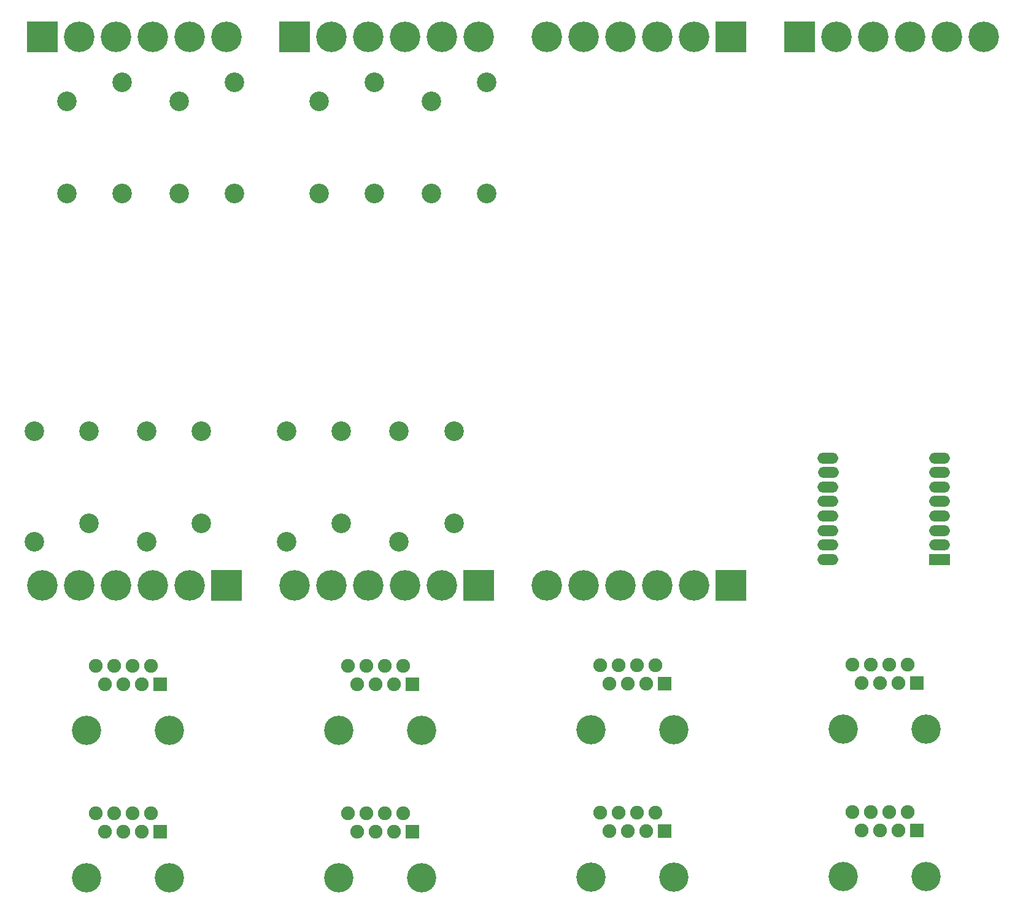
<source format=gbr>
G04 #@! TF.FileFunction,Soldermask,Bot*
%FSLAX46Y46*%
G04 Gerber Fmt 4.6, Leading zero omitted, Abs format (unit mm)*
G04 Created by KiCad (PCBNEW 4.0.4-1.fc24-product) date Sun Dec  4 16:57:25 2016*
%MOMM*%
%LPD*%
G01*
G04 APERTURE LIST*
%ADD10C,0.100000*%
%ADD11C,2.700000*%
%ADD12C,4.210000*%
%ADD13R,4.210000X4.210000*%
%ADD14R,2.900000X1.500000*%
%ADD15O,2.900000X1.500000*%
%ADD16C,4.049980*%
%ADD17R,1.901140X1.901140*%
%ADD18C,1.901140*%
G04 APERTURE END LIST*
D10*
D11*
X49300000Y-48350000D03*
X41700000Y-50900000D03*
X41700000Y-63600000D03*
X49300000Y-63600000D03*
X64800000Y-48350000D03*
X57200000Y-50900000D03*
X57200000Y-63600000D03*
X64800000Y-63600000D03*
X52700000Y-111650000D03*
X60300000Y-109100000D03*
X60300000Y-96400000D03*
X52700000Y-96400000D03*
X37200000Y-111650000D03*
X44800000Y-109100000D03*
X44800000Y-96400000D03*
X37200000Y-96400000D03*
D12*
X43380000Y-42050000D03*
X48460000Y-42050000D03*
D13*
X38300000Y-42050000D03*
D12*
X53540000Y-42050000D03*
X58620000Y-42050000D03*
X63700000Y-42050000D03*
X58620000Y-117650000D03*
X53540000Y-117650000D03*
D13*
X63700000Y-117650000D03*
D12*
X48460000Y-117650000D03*
X43380000Y-117650000D03*
X38300000Y-117650000D03*
D11*
X84100000Y-48350000D03*
X76500000Y-50900000D03*
X76500000Y-63600000D03*
X84100000Y-63600000D03*
X99600000Y-48350000D03*
X92000000Y-50900000D03*
X92000000Y-63600000D03*
X99600000Y-63600000D03*
X87500000Y-111650000D03*
X95100000Y-109100000D03*
X95100000Y-96400000D03*
X87500000Y-96400000D03*
X72000000Y-111650000D03*
X79600000Y-109100000D03*
X79600000Y-96400000D03*
X72000000Y-96400000D03*
D12*
X78180000Y-42050000D03*
X83260000Y-42050000D03*
D13*
X73100000Y-42050000D03*
D12*
X88340000Y-42050000D03*
X93420000Y-42050000D03*
X98500000Y-42050000D03*
X93420000Y-117650000D03*
X88340000Y-117650000D03*
D13*
X98500000Y-117650000D03*
D12*
X83260000Y-117650000D03*
X78180000Y-117650000D03*
X73100000Y-117650000D03*
X128220000Y-42050000D03*
X123140000Y-42050000D03*
D13*
X133300000Y-42050000D03*
D12*
X118060000Y-42050000D03*
X112980000Y-42050000D03*
X107900000Y-42050000D03*
X128220000Y-117650000D03*
X123140000Y-117650000D03*
D13*
X133300000Y-117650000D03*
D12*
X118060000Y-117650000D03*
X112980000Y-117650000D03*
X107900000Y-117650000D03*
X147880000Y-42050000D03*
X152960000Y-42050000D03*
D13*
X142800000Y-42050000D03*
D12*
X158040000Y-42050000D03*
X163120000Y-42050000D03*
X168200000Y-42050000D03*
D14*
X162100000Y-114100000D03*
D15*
X162100000Y-112100000D03*
X162100000Y-110100000D03*
X162100000Y-108100000D03*
X162100000Y-106100000D03*
X162100000Y-104100000D03*
X162100000Y-102100000D03*
X162100000Y-100100000D03*
X146700000Y-100100000D03*
X146800000Y-102100000D03*
X146700000Y-104100000D03*
X146700000Y-106100000D03*
X146700000Y-108100000D03*
X146700000Y-110100000D03*
X146700000Y-112100000D03*
X146700000Y-114100000D03*
D16*
X44455000Y-157930000D03*
X55885000Y-157930000D03*
D17*
X54615000Y-151580000D03*
D18*
X53345000Y-149040000D03*
X52075000Y-151580000D03*
X50805000Y-149040000D03*
X49535000Y-151580000D03*
X48265000Y-149040000D03*
X46995000Y-151580000D03*
X45725000Y-149040000D03*
D16*
X44455000Y-137610000D03*
X55885000Y-137610000D03*
D17*
X54615000Y-131260000D03*
D18*
X53345000Y-128720000D03*
X52075000Y-131260000D03*
X50805000Y-128720000D03*
X49535000Y-131260000D03*
X48265000Y-128720000D03*
X46995000Y-131260000D03*
X45725000Y-128720000D03*
D16*
X79255000Y-157930000D03*
X90685000Y-157930000D03*
D17*
X89415000Y-151580000D03*
D18*
X88145000Y-149040000D03*
X86875000Y-151580000D03*
X85605000Y-149040000D03*
X84335000Y-151580000D03*
X83065000Y-149040000D03*
X81795000Y-151580000D03*
X80525000Y-149040000D03*
D16*
X79255000Y-137610000D03*
X90685000Y-137610000D03*
D17*
X89415000Y-131260000D03*
D18*
X88145000Y-128720000D03*
X86875000Y-131260000D03*
X85605000Y-128720000D03*
X84335000Y-131260000D03*
X83065000Y-128720000D03*
X81795000Y-131260000D03*
X80525000Y-128720000D03*
D16*
X114055000Y-157880000D03*
X125485000Y-157880000D03*
D17*
X124215000Y-151530000D03*
D18*
X122945000Y-148990000D03*
X121675000Y-151530000D03*
X120405000Y-148990000D03*
X119135000Y-151530000D03*
X117865000Y-148990000D03*
X116595000Y-151530000D03*
X115325000Y-148990000D03*
D16*
X114055000Y-137560000D03*
X125485000Y-137560000D03*
D17*
X124215000Y-131210000D03*
D18*
X122945000Y-128670000D03*
X121675000Y-131210000D03*
X120405000Y-128670000D03*
X119135000Y-131210000D03*
X117865000Y-128670000D03*
X116595000Y-131210000D03*
X115325000Y-128670000D03*
D16*
X148855000Y-157830000D03*
X160285000Y-157830000D03*
D17*
X159015000Y-151480000D03*
D18*
X157745000Y-148940000D03*
X156475000Y-151480000D03*
X155205000Y-148940000D03*
X153935000Y-151480000D03*
X152665000Y-148940000D03*
X151395000Y-151480000D03*
X150125000Y-148940000D03*
D16*
X148855000Y-137510000D03*
X160285000Y-137510000D03*
D17*
X159015000Y-131160000D03*
D18*
X157745000Y-128620000D03*
X156475000Y-131160000D03*
X155205000Y-128620000D03*
X153935000Y-131160000D03*
X152665000Y-128620000D03*
X151395000Y-131160000D03*
X150125000Y-128620000D03*
M02*

</source>
